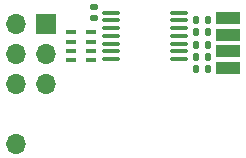
<source format=gbr>
%TF.GenerationSoftware,KiCad,Pcbnew,7.0.8*%
%TF.CreationDate,2024-05-05T13:27:43-04:00*%
%TF.ProjectId,n64amp,6e363461-6d70-42e6-9b69-6361645f7063,rev?*%
%TF.SameCoordinates,Original*%
%TF.FileFunction,Soldermask,Top*%
%TF.FilePolarity,Negative*%
%FSLAX46Y46*%
G04 Gerber Fmt 4.6, Leading zero omitted, Abs format (unit mm)*
G04 Created by KiCad (PCBNEW 7.0.8) date 2024-05-05 13:27:43*
%MOMM*%
%LPD*%
G01*
G04 APERTURE LIST*
G04 Aperture macros list*
%AMRoundRect*
0 Rectangle with rounded corners*
0 $1 Rounding radius*
0 $2 $3 $4 $5 $6 $7 $8 $9 X,Y pos of 4 corners*
0 Add a 4 corners polygon primitive as box body*
4,1,4,$2,$3,$4,$5,$6,$7,$8,$9,$2,$3,0*
0 Add four circle primitives for the rounded corners*
1,1,$1+$1,$2,$3*
1,1,$1+$1,$4,$5*
1,1,$1+$1,$6,$7*
1,1,$1+$1,$8,$9*
0 Add four rect primitives between the rounded corners*
20,1,$1+$1,$2,$3,$4,$5,0*
20,1,$1+$1,$4,$5,$6,$7,0*
20,1,$1+$1,$6,$7,$8,$9,0*
20,1,$1+$1,$8,$9,$2,$3,0*%
G04 Aperture macros list end*
%ADD10RoundRect,0.140000X0.170000X-0.140000X0.170000X0.140000X-0.170000X0.140000X-0.170000X-0.140000X0*%
%ADD11RoundRect,0.135000X0.135000X0.185000X-0.135000X0.185000X-0.135000X-0.185000X0.135000X-0.185000X0*%
%ADD12R,0.900000X0.400000*%
%ADD13RoundRect,0.135000X-0.135000X-0.185000X0.135000X-0.185000X0.135000X0.185000X-0.135000X0.185000X0*%
%ADD14R,2.000000X1.000000*%
%ADD15RoundRect,0.140000X0.140000X0.170000X-0.140000X0.170000X-0.140000X-0.170000X0.140000X-0.170000X0*%
%ADD16RoundRect,0.100000X0.637500X0.100000X-0.637500X0.100000X-0.637500X-0.100000X0.637500X-0.100000X0*%
%ADD17R,1.700000X1.700000*%
%ADD18O,1.700000X1.700000*%
G04 APERTURE END LIST*
D10*
%TO.C,C4*%
X20490600Y-13459600D03*
X20490600Y-12499600D03*
%TD*%
D11*
%TO.C,R1*%
X30179200Y-13614400D03*
X29159200Y-13614400D03*
%TD*%
D12*
%TO.C,RN1*%
X18511200Y-14618000D03*
X18511200Y-15418000D03*
X18511200Y-16218000D03*
X18511200Y-17018000D03*
X20211200Y-17018000D03*
X20211200Y-16218000D03*
X20211200Y-15418000D03*
X20211200Y-14618000D03*
%TD*%
D13*
%TO.C,R2*%
X29157200Y-14630400D03*
X30177200Y-14630400D03*
%TD*%
D14*
%TO.C,TP4*%
X31850000Y-16256000D03*
%TD*%
D15*
%TO.C,C1*%
X30119200Y-15697200D03*
X29159200Y-15697200D03*
%TD*%
%TO.C,C3*%
X30119200Y-17703800D03*
X29159200Y-17703800D03*
%TD*%
D14*
%TO.C,TP2*%
X31851600Y-13436600D03*
%TD*%
D15*
%TO.C,C2*%
X30119200Y-16713200D03*
X29159200Y-16713200D03*
%TD*%
D14*
%TO.C,TP3*%
X31851600Y-14859000D03*
%TD*%
%TO.C,TP5*%
X31826200Y-17653000D03*
%TD*%
D16*
%TO.C,U1*%
X27678800Y-16879600D03*
X27678800Y-16229600D03*
X27678800Y-15579600D03*
X27678800Y-14929600D03*
X27678800Y-14279600D03*
X27678800Y-13629600D03*
X27678800Y-12979600D03*
X21953800Y-12979600D03*
X21953800Y-13629600D03*
X21953800Y-14279600D03*
X21953800Y-14929600D03*
X21953800Y-15579600D03*
X21953800Y-16229600D03*
X21953800Y-16879600D03*
%TD*%
D17*
%TO.C,J1*%
X16426600Y-13944800D03*
D18*
X13886600Y-13944800D03*
X16426600Y-16484800D03*
X13886600Y-16484800D03*
X16426600Y-19024800D03*
X13886600Y-19024800D03*
X13886600Y-24104800D03*
%TD*%
M02*

</source>
